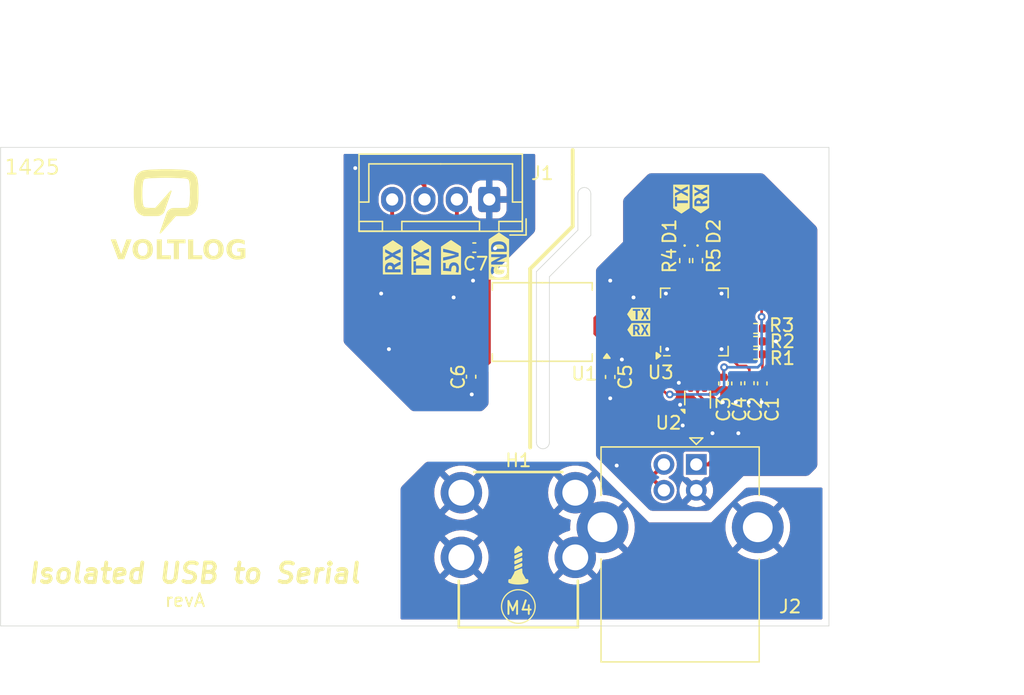
<source format=kicad_pcb>
(kicad_pcb (version 20240108) (generator "pcbnew") (generator_version "8.0")
  (layers (0 "F.Cu" signal) (31 "B.Cu" signal) (34 "B.Paste" user) (35 "F.Paste" user) (36 "B.SilkS" user "B.Silkscreen") (37 "F.SilkS" user "F.Silkscreen") (38 "B.Mask" user) (39 "F.Mask" user) (44 "Edge.Cuts" user))
  (net 0 "")
  (net 1 "GND1")
  (net 2 "VBUS")
  (net 3 "GND2")
  (net 4 "VDDIO")
  (net 5 "+5V")
  (net 6 "/USB_DP")
  (net 7 "Earth")
  (net 8 "/~{RST}")
  (net 9 "/GPIO0")
  (net 10 "/GPIO1")
  (net 11 "/RXD_i")
  (net 12 "/RXD")
  (net 13 "/TXD_i")
  (net 14 "/TXD")
  (net 15 "/USB-DP")
  (net 16 "Net-(D2-K)")
  (net 17 "Net-(D1-K)")
  (net 18 "Net-(U3-VBUS)")
  (net 36 "/USB_DN")
  (net 37 "/USB-DN")
  (footprint "kibuzzard-67EF87AE" (layer "F.Cu") (at 150.9 61.4 90)
    (property "Reference" "kibuzzard-67EF87AE" (hide yes))
    (property "Value" "G***" (hide yes))
  )
  (footprint "Resistor_SMD:R_0402_1005Metric" (layer "F.Cu") (at 165.25 61.75 90)
    (property "Reference" "R4" (at 0 -1.17 270) (layer "F.SilkS"))
    (property "Value" "1K")
    (pad "1" smd roundrect (at -0.51 0 90) (size 0.54 0.64) (layers "F.Cu" "F.Paste" "F.Mask") (net 9 "/GPIO0"))
    (pad "2" smd roundrect (at 0.51 0 90) (size 0.54 0.64) (layers "F.Cu" "F.Paste" "F.Mask") (net 17 "Net-(D1-K)"))
  )
  (footprint "Capacitor_SMD:C_0402_1005Metric" (layer "F.Cu") (at 169.25 71.25 -90)
    (property "Reference" "C4" (at 2 -0.25 90) (layer "F.SilkS"))
    (property "Value" "4.7uF")
    (pad "1" smd roundrect (at -0.48 0 270) (size 0.56 0.62) (layers "F.Cu" "F.Paste" "F.Mask") (net 4 "VDDIO"))
    (pad "2" smd roundrect (at 0.48 0 270) (size 0.56 0.62) (layers "F.Cu" "F.Paste" "F.Mask") (net 1 "GND1"))
  )
  (footprint "Resistor_SMD:R_0402_1005Metric" (layer "F.Cu") (at 170.75 69 180)
    (property "Reference" "R1" (at -2.05 -0.3 180) (layer "F.SilkS"))
    (property "Value" "22.1K")
    (pad "1" smd roundrect (at -0.51 0 180) (size 0.54 0.64) (layers "F.Cu" "F.Paste" "F.Mask") (net 2 "VBUS"))
    (pad "2" smd roundrect (at 0.51 0 180) (size 0.54 0.64) (layers "F.Cu" "F.Paste" "F.Mask") (net 18 "Net-(U3-VBUS)"))
  )
  (footprint "Package_DFN_QFN:QFN-28-1EP_5x5mm_P0.5mm_EP3.35x3.35mm" (layer "F.Cu") (at 166 66.5 90)
    (property "Reference" "U3" (at -3.9 -2.6 0) (layer "F.SilkS"))
    (property "Value" "CP2102N-A01-GQFN28")
    (pad "1" smd roundrect (at -2.45 -1.5 90) (size 0.8 0.25) (layers "F.Cu" "F.Paste" "F.Mask"))
    (pad "2" smd roundrect (at -2.45 -1 90) (size 0.8 0.25) (layers "F.Cu" "F.Paste" "F.Mask"))
    (pad "3" smd roundrect (at -2.45 -0.5 90) (size 0.8 0.25) (layers "F.Cu" "F.Paste" "F.Mask") (net 1 "GND1"))
    (pad "4" smd roundrect (at -2.45 0 90) (size 0.8 0.25) (layers "F.Cu" "F.Paste" "F.Mask") (net 15 "/USB-DP"))
    (pad "5" smd roundrect (at -2.45 0.5 90) (size 0.8 0.25) (layers "F.Cu" "F.Paste" "F.Mask") (net 37 "/USB-DN"))
    (pad "6" smd roundrect (at -2.45 1 90) (size 0.8 0.25) (layers "F.Cu" "F.Paste" "F.Mask") (net 4 "VDDIO"))
    (pad "7" smd roundrect (at -2.45 1.5 90) (size 0.8 0.25) (layers "F.Cu" "F.Paste" "F.Mask") (net 2 "VBUS"))
    (pad "8" smd roundrect (at -1.5 2.45 90) (size 0.25 0.8) (layers "F.Cu" "F.Paste" "F.Mask") (net 18 "Net-(U3-VBUS)"))
    (pad "9" smd roundrect (at -1 2.45 90) (size 0.25 0.8) (layers "F.Cu" "F.Paste" "F.Mask") (net 8 "/~{RST}"))
    (pad "10" smd roundrect (at -0.5 2.45 90) (size 0.25 0.8) (layers "F.Cu" "F.Paste" "F.Mask"))
    (pad "11" smd roundrect (at 0 2.45 90) (size 0.25 0.8) (layers "F.Cu" "F.Paste" "F.Mask"))
    (pad "12" smd roundrect (at 0.5 2.45 90) (size 0.25 0.8) (layers "F.Cu" "F.Paste" "F.Mask"))
    (pad "13" smd roundrect (at 1 2.45 90) (size 0.25 0.8) (layers "F.Cu" "F.Paste" "F.Mask"))
    (pad "14" smd roundrect (at 1.5 2.45 90) (size 0.25 0.8) (layers "F.Cu" "F.Paste" "F.Mask"))
    (pad "15" smd roundrect (at 2.45 1.5 90) (size 0.8 0.25) (layers "F.Cu" "F.Paste" "F.Mask"))
    (pad "16" smd roundrect (at 2.45 1 90) (size 0.8 0.25) (layers "F.Cu" "F.Paste" "F.Mask"))
    (pad "17" smd roundrect (at 2.45 0.5 90) (size 0.8 0.25) (layers "F.Cu" "F.Paste" "F.Mask"))
    (pad "18" smd roundrect (at 2.45 0 90) (size 0.8 0.25) (layers "F.Cu" "F.Paste" "F.Mask") (net 10 "/GPIO1"))
    (pad "19" smd roundrect (at 2.45 -0.5 90) (size 0.8 0.25) (layers "F.Cu" "F.Paste" "F.Mask") (net 9 "/GPIO0"))
    (pad "20" smd roundrect (at 2.45 -1 90) (size 0.8 0.25) (layers "F.Cu" "F.Paste" "F.Mask"))
    (pad "21" smd roundrect (at 2.45 -1.5 90) (size 0.8 0.25) (layers "F.Cu" "F.Paste" "F.Mask"))
    (pad "22" smd roundrect (at 1.5 -2.45 90) (size 0.25 0.8) (layers "F.Cu" "F.Paste" "F.Mask"))
    (pad "23" smd roundrect (at 1 -2.45 90) (size 0.25 0.8) (layers "F.Cu" "F.Paste" "F.Mask"))
    (pad "24" smd roundrect (at 0.5 -2.45 90) (size 0.25 0.8) (layers "F.Cu" "F.Paste" "F.Mask"))
    (pad "25" smd roundrect (at 0 -2.45 90) (size 0.25 0.8) (layers "F.Cu" "F.Paste" "F.Mask") (net 12 "/RXD"))
    (pad "26" smd roundrect (at -0.5 -2.45 90) (size 0.25 0.8) (layers "F.Cu" "F.Paste" "F.Mask") (net 14 "/TXD"))
    (pad "27" smd roundrect (at -1 -2.45 90) (size 0.25 0.8) (layers "F.Cu" "F.Paste" "F.Mask"))
    (pad "28" smd roundrect (at -1.5 -2.45 90) (size 0.25 0.8) (layers "F.Cu" "F.Paste" "F.Mask"))
    (pad "29" smd rect (at 0 0 90) (size 3.35 3.35) (property pad_prop_heatsink) (layers "F.Cu" "F.Mask") (net 1 "GND1"))
  )
  (footprint "Capacitor_SMD:C_0402_1005Metric" (layer "F.Cu") (at 148.75 70.73 -90)
    (property "Reference" "C6" (at 0.02 1 90) (layer "F.SilkS"))
    (property "Value" "0.1uF")
    (pad "1" smd roundrect (at -0.48 0 270) (size 0.56 0.62) (layers "F.Cu" "F.Paste" "F.Mask") (net 5 "+5V"))
    (pad "2" smd roundrect (at 0.48 0 270) (size 0.56 0.62) (layers "F.Cu" "F.Paste" "F.Mask") (net 3 "GND2"))
  )
  (footprint "kibuzzard-67EF8788" (layer "F.Cu") (at 142.7 61.5 90)
    (property "Reference" "kibuzzard-67EF8788" (hide yes))
    (property "Value" "G***" (hide yes))
  )
  (footprint "LED_SMD:LED_0402_1005Metric" (layer "F.Cu") (at 165.25 59.5 90)
    (property "Reference" "D1" (at 0 -1.17 270) (layer "F.SilkS"))
    (property "Value" "TX")
    (pad "1" smd roundrect (at -0.485 0 90) (size 0.59 0.64) (layers "F.Cu" "F.Paste" "F.Mask") (net 17 "Net-(D1-K)"))
    (pad "2" smd roundrect (at 0.485 0 90) (size 0.59 0.64) (layers "F.Cu" "F.Paste" "F.Mask") (net 4 "VDDIO"))
  )
  (footprint "Resistor_SMD:R_0402_1005Metric" (layer "F.Cu") (at 166.25 61.75 90)
    (property "Reference" "R5" (at 0 1.25 270) (layer "F.SilkS"))
    (property "Value" "1K")
    (pad "1" smd roundrect (at -0.51 0 90) (size 0.54 0.64) (layers "F.Cu" "F.Paste" "F.Mask") (net 10 "/GPIO1"))
    (pad "2" smd roundrect (at 0.51 0 90) (size 0.54 0.64) (layers "F.Cu" "F.Paste" "F.Mask") (net 16 "Net-(D2-K)"))
  )
  (footprint "Capacitor_SMD:C_0402_1005Metric" (layer "F.Cu") (at 170.25 71.23 -90)
    (property "Reference" "C2" (at 2.02 -0.45 90) (layer "F.SilkS"))
    (property "Value" "0.1uF")
    (pad "1" smd roundrect (at -0.48 0 270) (size 0.56 0.62) (layers "F.Cu" "F.Paste" "F.Mask") (net 2 "VBUS"))
    (pad "2" smd roundrect (at 0.48 0 270) (size 0.56 0.62) (layers "F.Cu" "F.Paste" "F.Mask") (net 1 "GND1"))
  )
  (footprint "kibuzzard-67EF8898" (layer "F.Cu") (at 161.7 65.9)
    (property "Reference" "kibuzzard-67EF8898" (hide yes))
    (property "Value" "G***" (hide yes))
  )
  (footprint "kibuzzard-67EF879C" (layer "F.Cu") (at 147.2 61.5 90)
    (property "Reference" "kibuzzard-67EF879C" (hide yes))
    (property "Value" "G***" (hide yes))
  )
  (footprint "Package_TO_SOT_SMD:SOT-666" (layer "F.Cu") (at 166.25 72.5 90)
    (property "Reference" "U2" (at -1.8 -2.25 0) (layer "F.SilkS"))
    (property "Value" "USBLC6-2P6")
    (pad "1" smd roundrect (at -0.85 -0.5375 90) (size 0.5 0.375) (layers "F.Cu" "F.Paste" "F.Mask") (net 6 "/USB_DP"))
    (pad "2" smd roundrect (at -0.925 0 90) (size 0.65 0.3) (layers "F.Cu" "F.Paste" "F.Mask") (net 1 "GND1"))
    (pad "3" smd roundrect (at -0.85 0.5375 90) (size 0.5 0.375) (layers "F.Cu" "F.Paste" "F.Mask") (net 36 "/USB_DN"))
    (pad "4" smd roundrect (at 0.85 0.5375 90) (size 0.5 0.375) (layers "F.Cu" "F.Paste" "F.Mask") (net 37 "/USB-DN"))
    (pad "5" smd roundrect (at 0.925 0 90) (size 0.65 0.3) (layers "F.Cu" "F.Paste" "F.Mask") (net 2 "VBUS"))
    (pad "6" smd roundrect (at 0.85 -0.5375 90) (size 0.5 0.375) (layers "F.Cu" "F.Paste" "F.Mask") (net 15 "/USB-DP"))
  )
  (footprint "kibuzzard-67EF7DAE" (layer "F.Cu") (at 166.5 57 90)
    (property "Reference" "kibuzzard-67EF7DAE" (hide yes))
    (property "Value" "G***" (hide yes))
  )
  (footprint "Package_SO:SOIC-8_7.5x5.85mm_P1.27mm" (layer "F.Cu") (at 154.25 66.5 180)
    (property "Reference" "U1" (at -3.25 -4 180) (layer "F.SilkS"))
    (property "Value" "CMT8121W0")
    (pad "1" smd roundrect (at -5.325 -1.905 180) (size 1.8 0.6) (layers "F.Cu" "F.Paste" "F.Mask") (net 4 "VDDIO"))
    (pad "2" smd roundrect (at -5.325 -0.635 180) (size 1.8 0.6) (layers "F.Cu" "F.Paste" "F.Mask") (net 12 "/RXD"))
    (pad "3" smd roundrect (at -5.325 0.635 180) (size 1.8 0.6) (layers "F.Cu" "F.Paste" "F.Mask") (net 14 "/TXD"))
    (pad "4" smd roundrect (at -5.325 1.905 180) (size 1.8 0.6) (layers "F.Cu" "F.Paste" "F.Mask") (net 1 "GND1"))
    (pad "5" smd roundrect (at 5.325 1.905 180) (size 1.8 0.6) (layers "F.Cu" "F.Paste" "F.Mask") (net 3 "GND2"))
    (pad "6" smd roundrect (at 5.325 0.635 180) (size 1.8 0.6) (layers "F.Cu" "F.Paste" "F.Mask") (net 11 "/RXD_i"))
    (pad "7" smd roundrect (at 5.325 -0.635 180) (size 1.8 0.6) (layers "F.Cu" "F.Paste" "F.Mask") (net 13 "/TXD_i"))
    (pad "8" smd roundrect (at 5.325 -1.905 180) (size 1.8 0.6) (layers "F.Cu" "F.Paste" "F.Mask") (net 5 "+5V"))
  )
  (footprint "Capacitor_SMD:C_0402_1005Metric" (layer "F.Cu") (at 168.25 71.25 -90)
    (property "Reference" "C3" (at 2 0 90) (layer "F.SilkS"))
    (property "Value" "0.1uF")
    (pad "1" smd roundrect (at -0.48 0 270) (size 0.56 0.62) (layers "F.Cu" "F.Paste" "F.Mask") (net 4 "VDDIO"))
    (pad "2" smd roundrect (at 0.48 0 270) (size 0.56 0.62) (layers "F.Cu" "F.Paste" "F.Mask") (net 1 "GND1"))
  )
  (footprint "Resistor_SMD:R_0402_1005Metric" (layer "F.Cu") (at 170.75 68)
    (property "Reference" "R2" (at 2.05 0 0) (layer "F.SilkS"))
    (property "Value" "47.5K")
    (pad "1" smd roundrect (at -0.51 0) (size 0.54 0.64) (layers "F.Cu" "F.Paste" "F.Mask") (net 18 "Net-(U3-VBUS)"))
    (pad "2" smd roundrect (at 0.51 0) (size 0.54 0.64) (layers "F.Cu" "F.Paste" "F.Mask") (net 1 "GND1"))
  )
  (footprint "kibuzzard-67EF88A2" (layer "F.Cu") (at 161.7 67.1)
    (property "Reference" "kibuzzard-67EF88A2" (hide yes))
    (property "Value" "G***" (hide yes))
  )
  (footprint "Connector_JST:JST_XH_B4B-XH-A_1x04_P2.50mm_Vertical" (layer "F.Cu") (at 150.15 57.025 180)
    (property "Reference" "J1" (at -4.1 2.025 180) (layer "F.SilkS"))
    (property "Value" "UPS")
    (pad "1" thru_hole roundrect (at 0 0 180) (size 1.7 1.95) (drill 0.95) (layers "*.Cu" "*.Mask") (roundrect_rratio 0.147059) (net 3 "GND2"))
    (pad "2" thru_hole oval (at 2.5 0 180) (size 1.7 1.95) (drill 0.95) (layers "*.Cu" "*.Mask") (net 5 "+5V"))
    (pad "3" thru_hole oval (at 5 0 180) (size 1.7 1.95) (drill 0.95) (layers "*.Cu" "*.Mask") (net 13 "/TXD_i"))
    (pad "4" thru_hole oval (at 7.5 0 180) (size 1.7 1.95) (drill 0.95) (layers "*.Cu" "*.Mask") (net 11 "/RXD_i"))
  )
  (footprint "Capacitor_SMD:C_0402_1005Metric" (layer "F.Cu") (at 149 60.75)
    (property "Reference" "C7" (at 0.1 1.25 0) (layer "F.SilkS"))
    (property "Value" "4.7uF")
    (pad "1" smd roundrect (at -0.48 0) (size 0.56 0.62) (layers "F.Cu" "F.Paste" "F.Mask") (net 5 "+5V"))
    (pad "2" smd roundrect (at 0.48 0) (size 0.56 0.62) (layers "F.Cu" "F.Paste" "F.Mask") (net 3 "GND2"))
  )
  (footprint "Connector_USB:USB_B_Lumberg_2411_02_Horizontal" (layer "F.Cu") (at 166.15 77.5125 -90)
    (property "Reference" "J2" (at 10.9875 -7.25 180) (layer "F.SilkS"))
    (property "Value" "USB Type-B")
    (pad "1" thru_hole rect (at 0 0) (size 1.6 1.6) (drill 0.95) (layers "*.Cu" "*.Mask") (net 2 "VBUS"))
    (pad "2" thru_hole circle (at 0 2.5) (size 1.6 1.6) (drill 0.95) (layers "*.Cu" "*.Mask") (net 36 "/USB_DN"))
    (pad "3" thru_hole circle (at 2 2.5) (size 1.6 1.6) (drill 0.95) (layers "*.Cu" "*.Mask") (net 6 "/USB_DP"))
    (pad "4" thru_hole circle (at 2 0) (size 1.6 1.6) (drill 0.95) (layers "*.Cu" "*.Mask") (net 1 "GND1"))
    (pad "5" thru_hole circle (at 4.86 -4.75) (size 4 4) (drill 2.3) (layers "*.Cu" "*.Mask") (net 7 "Earth"))
    (pad "5" thru_hole circle (at 4.86 7.25) (size 4 4) (drill 2.3) (layers "*.Cu" "*.Mask") (net 7 "Earth"))
  )
  (footprint "Voltlog:voltlog_silk_5mm" (layer "F.Cu") (at 125.2 56.5)
    (property "Reference" "V1" (hide yes))
    (property "Value" "VOLTLOG_LOGO" (hide yes))
  )
  (footprint "Capacitor_SMD:C_0402_1005Metric" (layer "F.Cu") (at 171.25 71.25 -90)
    (property "Reference" "C1" (at 2 -0.75 90) (layer "F.SilkS"))
    (property "Value" "4.7uF")
    (pad "1" smd roundrect (at -0.48 0 270) (size 0.56 0.62) (layers "F.Cu" "F.Paste" "F.Mask") (net 2 "VBUS"))
    (pad "2" smd roundrect (at 0.48 0 270) (size 0.56 0.62) (layers "F.Cu" "F.Paste" "F.Mask") (net 1 "GND1"))
  )
  (footprint "Capacitor_SMD:C_0402_1005Metric" (layer "F.Cu") (at 159.5 70.75 -90)
    (property "Reference" "C5" (at 0 -1.16 90) (layer "F.SilkS"))
    (property "Value" "0.1uF")
    (pad "1" smd roundrect (at -0.48 0 270) (size 0.56 0.62) (layers "F.Cu" "F.Paste" "F.Mask") (net 4 "VDDIO"))
    (pad "2" smd roundrect (at 0.48 0 270) (size 0.56 0.62) (layers "F.Cu" "F.Paste" "F.Mask") (net 1 "GND1"))
  )
  (footprint "Voltlog:screw-icon-S" (layer "F.Cu") (at 152.4 85.3 180)
    (property "Reference" "REF**" (hide yes))
    (property "Value" "screw-icon-S")
  )
  (footprint "Resistor_SMD:R_0402_1005Metric" (layer "F.Cu") (at 170.75 67)
    (property "Reference" "R3" (at 2 -0.25 0) (layer "F.SilkS"))
    (property "Value" "1K")
    (pad "1" smd roundrect (at -0.51 0) (size 0.54 0.64) (layers "F.Cu" "F.Paste" "F.Mask") (net 8 "/~{RST}"))
    (pad "2" smd roundrect (at 0.51 0) (size 0.54 0.64) (layers "F.Cu" "F.Paste" "F.Mask") (net 4 "VDDIO"))
  )
  (footprint "LED_SMD:LED_0402_1005Metric" (layer "F.Cu") (at 166.25 59.5 90)
    (property "Reference" "D2" (at 0 1.25 270) (layer "F.SilkS"))
    (property "Value" "RX")
    (pad "1" smd roundrect (at -0.485 0 90) (size 0.59 0.64) (layers "F.Cu" "F.Paste" "F.Mask") (net 16 "Net-(D2-K)"))
    (pad "2" smd roundrect (at 0.485 0 90) (size 0.59 0.64) (layers "F.Cu" "F.Paste" "F.Mask") (net 4 "VDDIO"))
  )
  (footprint "Voltlog:M4_TH_terminal" (layer "F.Cu") (at 152.4 84.1)
    (property "Reference" "H1" (at 0 -6.9 0) (layer "F.SilkS"))
    (property "Value" "Mount M4")
    (pad "1" thru_hole circle (at -4.4 -4.4) (size 3.2 3.2) (drill 2) (layers "*.Cu" "*.Mask") (net 7 "Earth"))
    (pad "1" thru_hole circle (at -4.4 0.6) (size 3.2 3.2) (drill 2) (layers "*.Cu" "*.Mask") (net 7 "Earth"))
    (pad "1" thru_hole circle (at 4.4 -4.4) (size 3.2 3.2) (drill 2) (layers "*.Cu" "*.Mask") (net 7 "Earth"))
    (pad "1" thru_hole circle (at 4.4 0.6) (size 3.2 3.2) (drill 2) (layers "*.Cu" "*.Mask") (net 7 "Earth"))
  )
  (footprint "kibuzzard-67EF7DB2" (layer "F.Cu") (at 165 57 90)
    (property "Reference" "kibuzzard-67EF7DB2" (hide yes))
    (property "Value" "G***" (hide yes))
  )
  (footprint "kibuzzard-67EF8792" (layer "F.Cu") (at 144.9 61.5 90)
    (property "Reference" "kibuzzard-67EF8792" (hide yes))
    (property "Value" "G***" (hide yes))
  )
  (gr_line (start 156.6 59.1) (end 153.315189 62.384811) (stroke (width 0.3)) (layer "F.SilkS"))
  (gr_line (start 153.315189 63.5) (end 153.315189 76.2) (stroke (width 0.3)) (layer "F.SilkS"))
  (gr_line (start 156.6 55.1) (end 156.6 59.1) (stroke (width 0.3)) (layer "F.SilkS"))
  (gr_line (start 153.315189 62.384811) (end 153.315189 63.5) (stroke (width 0.3)) (layer "F.SilkS"))
  (gr_line (start 156.6 53.2) (end 156.6 55.1) (stroke (width 0.3)) (layer "F.SilkS"))
  (gr_arc (start 154.8 75.8) (mid 154.3 76.3) (end 153.8 75.8) (stroke (width 0.05)) (layer "Edge.Cuts"))
  (gr_line (start 112.4 53) (end 176.4 53) (stroke (width 0.05)) (layer "Edge.Cuts"))
  (gr_line (start 153.8 75.8) (end 153.8 62.6) (stroke (width 0.05)) (layer "Edge.Cuts"))
  (gr_arc (start 157 56.6) (mid 157.5 56.1) (end 158 56.6) (stroke (width 0.05)) (layer "Edge.Cuts"))
  (gr_line (start 176.4 53) (end 176.4 90) (stroke (width 0.05)) (layer "Edge.Cuts"))
  (gr_line (start 112.4 90) (end 112.4 53) (stroke (width 0.05)) (layer "Edge.Cuts"))
  (gr_line (start 154.8 63) (end 158 59.8) (stroke (width 0.05)) (layer "Edge.Cuts"))
  (gr_line (start 157 59.4) (end 157 56.6) (stroke (width 0.05)) (layer "Edge.Cuts"))
  (gr_line (start 158 59.8) (end 158 56.6) (stroke (width 0.05)) (layer "Edge.Cuts"))
  (gr_line (start 176.4 90) (end 112.4 90) (stroke (width 0.05)) (layer "Edge.Cuts"))
  (gr_line (start 154.8 75.8) (end 154.8 63) (stroke (width 0.05)) (layer "Edge.Cuts"))
  (gr_line (start 153.8 62.6) (end 157 59.4) (stroke (width 0.05)) (layer "Edge.Cuts"))
  (gr_text "1425" (at 112.7 55.3 0) (layer "F.SilkS") (effects (font (size 1.2 1.2) (thickness 0.1875) (italic yes)) (justify left bottom)))
  (gr_text "M4" (at 151.3 89.2 0) (layer "F.SilkS") (effects (font (size 1 1)) (justify left bottom)))
  (gr_text "VOLTLOG" (at 120.9 61.9 0) (layer "F.SilkS") (effects (font (size 1.5 1.5) (thickness 0.3) (bold yes) (italic yes)) (justify left bottom)))
  (gr_text "revA" (at 125 88.6 0) (layer "F.SilkS") (effects (font (size 1 1)) (justify left bottom)))
  (gr_text "Isolated USB to Serial" (at 114.4 86.8 0) (layer "F.SilkS") (effects (font (size 1.5 1.5) (thickness 0.3) (bold yes) (italic yes)) (justify left bottom)))
  (segment (start 164.9 72.9) (end 165.2 72.6) (width 0.2) (layer "F.Cu") (net 1))
  (segment (start 165.2 72.6) (end 166.1 72.6) (width 0.2) (layer "F.Cu") (net 1))
  (segment (start 166.25 72.75) (end 166.25 73.425) (width 0.2) (layer "F.Cu") (net 1))
  (segment (start 166.1 72.6) (end 166.25 72.75) (width 0.2) (layer "F.Cu") (net 1))
  (via (at 163.9 68.6) (size 0.6) (drill 0.3) (layers "F.Cu" "B.Cu") (net 1))
  (via (at 168.1 68.6) (size 0.6) (drill 0.3) (layers "F.Cu" "B.Cu") (net 1))
  (via (at 163.8 64.3) (size 0.6) (drill 0.3) (layers "F.Cu" "B.Cu") (net 1))
  (via (at 170.2 72.7) (size 0.6) (drill 0.3) (layers "F.Cu" "B.Cu") (net 1))
  (via (at 172.3 68) (size 0.6) (drill 0.3) (layers "F.Cu" "B.Cu") (net 1))
  (via (at 160.4 69.4) (size 0.6) (drill 0.3) (layers "F.Cu" "B.Cu") (net 1))
  (via (at 159.5 63.3) (size 0.6) (drill 0.3) (layers "F.Cu" "B.Cu") (net 1))
  (via (at 171.2 72.7) (size 0.6) (drill 0.3) (layers "F.Cu" "B.Cu") (net 1))
  (via (at 164.9 72.9) (size 0.6) (drill 0.3) (layers "F.Cu" "B.Cu") (net 1))
  (via (at 169.2 72.7) (size 0.6) (drill 0.3) (layers "F.Cu" "B.Cu") (net 1))
  (via (at 161.3 64.6) (size 0.6) (drill 0.3) (layers "F.Cu" "B.Cu") (net 1))
  (via (at 168.1 64.3) (size 0.6) (drill 0.3) (layers "F.Cu" "B.Cu") (net 1))
  (via (at 165.1 74.5) (size 0.6) (drill 0.3) (layers "F.Cu" "B.Cu") (net 1))
  (via (at 159.5 72.4) (size 0.6) (drill 0.3) (layers "F.Cu" "B.Cu") (net 1))
  (via (at 160 77.6) (size 0.6) (drill 0.3) (layers "F.Cu" "B.Cu") (net 1))
  (via (at 164.8 71.2) (size 0.6) (drill 0.3) (layers "F.Cu" "B.Cu") (net 1))
  (via (at 168.2 72.7) (size 0.6) (drill 0.3) (layers "F.Cu" "B.Cu") (net 1))
  (via (at 167.4 75.1) (size 0.6) (drill 0.3) (layers "F.Cu" "B.Cu") (net 1))
  (via (at 169.4 75.1) (size 0.6) (drill 0.3) (layers "F.Cu" "B.Cu") (net 1))
  (segment (start 168.5 74) (end 168.6 73.9) (width 0.3) (layer "F.Cu") (net 2))
  (segment (start 172 73.9) (end 172.3 73.6) (width 0.3) (layer "F.Cu") (net 2))
  (segment (start 166.25 72.05) (end 166.7 72.5) (width 0.2) (layer "F.Cu") (net 2))
  (segment (start 167.5 69.2) (end 167.5 68.95) (width 0.2) (layer "F.Cu") (net 2))
  (segment (start 171.833423 70.77) (end 171.25 70.77) (width 0.3) (layer "F.Cu") (net 2))
  (segment (start 168.6 73.9) (end 172 73.9) (width 0.3) (layer "F.Cu") (net 2))
  (segment (start 168.3 76.3) (end 168.3 74.2) (width 0.3) (layer "F.Cu") (net 2))
  (segment (start 172.3 71.236577) (end 171.833423 70.77) (width 0.3) (layer "F.Cu") (net 2))
  (segment (start 169.4 69.9) (end 168.9 69.4) (width 0.2) (layer "F.Cu") (net 2))
  (segment (start 166.7 72.5) (end 167 72.5) (width 0.2) (layer "F.Cu") (net 2))
  (segment (start 170.25 70.15) (end 170 69.9) (width 0.2) (layer "F.Cu") (net 2))
  (segment (start 170.25 70.75) (end 170.25 70.15) (width 0.2) (layer "F.Cu") (net 2))
  (segment (start 167.0875 77.5125) (end 168.3 76.3) (width 0.3) (layer "F.Cu") (net 2))
  (segment (start 166.25 71.575) (end 166.25 72.05) (width 0.2) (layer "F.Cu") (net 2))
  (segment (start 171.26 70.76) (end 171.25 70.77) (width 0.2) (layer "F.Cu") (net 2))
  (segment (start 168.3 74.2) (end 168.5 74) (width 0.3) (layer "F.Cu") (net 2))
  (segment (start 171.26 69) (end 171.26 70.76) (width 0.2) (layer "F.Cu") (net 2))
  (segment (start 171.25 70.77) (end 170.27 70.77) (width 0.2) (layer "F.Cu") (net 2))
  (segment (start 166.15 77.5125) (end 167.0875 77.5125) (width 0.3) (layer "F.Cu") (net 2))
  (segment (start 170 69.9) (end 169.4 69.9) (width 0.2) (layer "F.Cu") (net 2))
  (segment (start 170.27 70.77) (end 170.25 70.75) (width 0.2) (layer "F.Cu") (net 2))
  (segment (start 167 72.5) (end 168.5 74) (width 0.2) (layer "F.Cu") (net 2))
  (segment (start 172.3 73.6) (end 172.3 71.236577) (width 0.3) (layer "F.Cu") (net 2))
  (segment (start 168.9 69.4) (end 167.7 69.4) (width 0.2) (layer "F.Cu") (net 2))
  (segment (start 167.7 69.4) (end 167.5 69.2) (width 0.2) (layer "F.Cu") (net 2))
  (segment (start 147.405 64.595) (end 147.4 64.6) (width 0.3) (layer "F.Cu") (net 3))
  (segment (start 150.15 59.35) (end 149.48 60.02) (width 0.3) (layer "F.Cu") (net 3))
  (segment (start 150.15 57.025) (end 150.15 59.35) (width 0.3) (layer "F.Cu") (net 3))
  (segment (start 148.75 71.21) (end 148.75 72.05) (width 0.3) (layer "F.Cu") (net 3))
  (segment (start 149.48 60.02) (end 149.48 60.75) (width 0.3) (layer "F.Cu") (net 3))
  (segment (start 148.75 72.05) (end 148.8 72.1) (width 0.3) (layer "F.Cu") (net 3))
  (segment (start 148.925 64.595) (end 147.405 64.595) (width 0.3) (layer "F.Cu") (net 3))
  (via (at 150.6 60.8) (size 0.6) (drill 0.3) (layers "F.Cu" "B.Cu") (net 3))
  (via (at 148.9 63.3) (size 0.6) (drill 0.3) (layers "F.Cu" "B.Cu") (net 3))
  (via (at 147.4 64.6) (size 0.6) (drill 0.3) (layers "F.Cu" "B.Cu") (net 3))
  (via (at 139.8 54.6) (size 0.6) (drill 0.3) (layers "F.Cu" "B.Cu") (net 3))
  (via (at 142.4 68.6) (size 0.6) (drill 0.3) (layers "F.Cu" "B.Cu") (net 3))
  (via (at 141.8 64.3) (size 0.6) (drill 0.3) (layers "F.Cu" "B.Cu") (net 3))
  (via (at 148.8 72.1) (size 0.6) (drill 0.3) (layers "F.Cu" "B.Cu") (net 3))
  (segment (start 169 59) (end 171.2 61.2) (width 0.2) (layer "F.Cu") (net 4))
  (segment (start 159.575 68.405) (end 159.575 70.195) (width 0.2) (layer "F.Cu") (net 4))
  (segment (start 167 68.95) (end 167 70.1) (width 0.2) (layer "F.Cu") (net 4))
  (segment (start 168.25 70.77) (end 168.25 70.05) (width 0.2) (layer "F.Cu") (net 4))
  (segment (start 162.07 70.27) (end 159.5 70.27) (width 0.2) (layer "F.Cu") (net 4))
  (segment (start 168.985 59.015) (end 169 59) (width 0.2) (layer "F.Cu") (net 4))
  (segment (start 164.1 72.1) (end 163.9 72.1) (width 0.2) (layer "F.Cu") (net 4))
  (segment (start 168.25 70.05) (end 168.3 70) (width 0.2) (layer "F.Cu") (net 4))
  (segment (start 171.2 66.94) (end 171.26 67) (width 0.2) (layer "F.Cu") (net 4))
  (segment (start 168.25 70.77) (end 169.25 70.77) (width 0.2) (layer "F.Cu") (net 4))
  (segment (start 166.25 59.015) (end 168.985 59.015) (width 0.2) (layer "F.Cu") (net 4))
  (segment (start 163.9 72.1) (end 162.07 70.27) (width 0.2) (layer "F.Cu") (net 4))
  (segment (start 171.2 61.2) (end 171.2 66.1) (width 0.2) (layer "F.Cu") (net 4))
  (segment (start 159.575 70.195) (end 159.5 70.27) (width 0.2) (layer "F.Cu") (net 4))
  (segment (start 171.2 66.1) (end 171.2 66.94) (width 0.2) (layer "F.Cu") (net 4))
  (segment (start 167.67 70.77) (end 168.25 70.77) (width 0.2) (layer "F.Cu") (net 4))
  (segment (start 165.25 59.015) (end 166.25 59.015) (width 0.2) (layer "F.Cu") (net 4))
  (segment (start 167 70.1) (end 167.67 70.77) (width 0.2) (layer "F.Cu") (net 4))
  (via (at 168.3 70) (size 0.6) (drill 0.3) (layers "F.Cu" "B.Cu") (net 4))
  (via (at 164.1 72.1) (size 0.6) (drill 0.3) (layers "F.Cu" "B.Cu") (net 4))
  (via (at 171.2 66.1) (size 0.6) (drill 0.3) (layers "F.Cu" "B.Cu") (net 4))
  (segment (start 171.2 69.7) (end 171.2 66.1) (width 0.2) (layer "B.Cu") (net 4))
  (segment (start 164.1 72.1) (end 167.7 72.1) (width 0.2) (layer "B.Cu") (net 4))
  (segment (start 167.7 72.1) (end 168.3 71.5) (width 0.2) (layer "B.Cu") (net 4))
  (segment (start 168.3 70) (end 170.9 70) (width 0.2) (layer "B.Cu") (net 4))
  (segment (start 168.3 71.5) (end 168.3 70) (width 0.2) (layer "B.Cu") (net 4))
  (segment (start 170.9 70) (end 171.2 69.7) (width 0.2) (layer "B.Cu") (net 4))
  (segment (start 150.175 62.575) (end 150.175 69.625) (width 0.2) (layer "F.Cu") (net 5))
  (segment (start 148.52 59.92) (end 148.52 60.75) (width 0.3) (layer "F.Cu") (net 5))
  (segment (start 150.175 69.625) (end 149.55 70.25) (width 0.2) (layer "F.Cu") (net 5))
  (segment (start 149.7 62.1) (end 150.175 62.575) (width 0.2) (layer "F.Cu") (net 5))
  (segment (start 149.55 70.25) (end 148.75 70.25) (width 0.2) (layer "F.Cu") (net 5))
  (segment (start 149 62.1) (end 149.7 62.1) (width 0.2) (layer "F.Cu") (net 5))
  (segment (start 148.75 68.58) (end 148.925 68.405) (width 0.2) (layer "F.Cu") (net 5))
  (segment (start 148.52 61.62) (end 149 62.1) (width 0.2) (layer "F.Cu") (net 5))
  (segment (start 148.75 70.25) (end 148.75 68.58) (width 0.2) (layer "F.Cu") (net 5))
  (segment (start 147.65 57.025) (end 147.65 59.05) (width 0.3) (layer "F.Cu") (net 5))
  (segment (start 147.65 59.05) (end 148.52 59.92) (width 0.3) (layer "F.Cu") (net 5))
  (segment (start 148.52 60.75) (end 148.52 61.62) (width 0.2) (layer "F.Cu") (net 5))
  (segment (start 165.7125 74.0225) (end 165.7125 73.35) (width 0.3) (layer "F.Cu") (net 6))
  (segment (start 162.86 78.7225) (end 161.525514 78.7225) (width 0.3) (layer "F.Cu") (net 6))
  (segment (start 165.99 74.3) (end 165.7125 74.0225) (width 0.3) (layer "F.Cu") (net 6))
  (segment (start 161.813014 75.29) (end 165.613014 75.29) (width 0.3) (layer "F.Cu") (net 6))
  (segment (start 161.525514 78.7225) (end 161.09 78.286986) (width 0.3) (layer "F.Cu") (net 6))
  (segment (start 163.65 79.5125) (end 162.86 78.7225) (width 0.3) (layer "F.Cu") (net 6))
  (segment (start 165.613014 75.29) (end 165.99 74.913014) (width 0.3) (layer "F.Cu") (net 6))
  (segment (start 161.09 78.286986) (end 161.09 76.013014) (width 0.3) (layer "F.Cu") (net 6))
  (segment (start 165.99 74.913014) (end 165.99 74.3) (width 0.3) (layer "F.Cu") (net 6))
  (segment (start 161.09 76.013014) (end 161.813014 75.29) (width 0.3) (layer "F.Cu") (net 6))
  (segment (start 168.45 67.5) (end 169.3 67.5) (width 0.2) (layer "F.Cu") (net 8))
  (segment (start 169.8 67) (end 170.24 67) (width 0.2) (layer "F.Cu") (net 8))
  (segment (start 169.3 67.5) (end 169.8 67) (width 0.2) (layer "F.Cu") (net 8))
  (segment (start 165.5 63) (end 165.25 62.75) (width 0.2) (layer "F.Cu") (net 9))
  (segment (start 165.25 62.75) (end 165.25 62.26) (width 0.2) (layer "F.Cu") (net 9))
  (segment (start 165.5 64.05) (end 165.5 63) (width 0.2) (layer "F.Cu") (net 9))
  (segment (start 166.25 62.85) (end 166.25 62.26) (width 0.2) (layer "F.Cu") (net 10))
  (segment (start 166 63.1) (end 166.25 62.85) (width 0.2) (layer "F.Cu") (net 10))
  (segment (start 166 64.05) (end 166 63.1) (width 0.2) (layer "F.Cu") (net 10))
  (segment (start 143.865 65.865) (end 148.925 65.865) (width 0.3) (layer "F.Cu") (net 11))
  (segment (start 142.65 64.65) (end 143.865 65.865) (width 0.3) (layer "F.Cu") (net 11))
  (segment (start 142.65 57.025) (end 142.65 64.65) (width 0.3) (layer "F.Cu") (net 11))
  (segment (start 161.465 67.135) (end 159.575 67.135) (width 0.2) (layer "F.Cu") (net 12))
  (segment (start 163.55 66.5) (end 162.1 66.5) (width 0.2) (layer "F.Cu") (net 12))
  (segment (start 162.1 66.5) (end 161.465 67.135) (width 0.2) (layer "F.Cu") (net 12))
  (segment (start 145.15 57.025) (end 145.15 55.95) (width 0.3) (layer "F.Cu") (net 13))
  (segment (start 140.8 65) (end 142.935 67.135) (width 0.3) (layer "F.Cu") (net 13))
  (segment (start 145.15 55.95) (end 144.4 55.2) (width 0.3) (layer "F.Cu") (net 13))
  (segment (start 144.4 55.2) (end 141.4 55.2) (width 0.3) (layer "F.Cu") (net 13))
  (segment (start 140.8 55.8) (end 140.8 65) (width 0.3) (layer "F.Cu") (net 13))
  (segment (start 141.4 55.2) (end 140.8 55.8) (width 0.3) (layer "F.Cu") (net 13))
  (segment (start 142.935 67.135) (end 148.925 67.135) (width 0.3) (layer "F.Cu") (net 13))
  (segment (start 158.3 66.2) (end 158.635 65.865) (width 0.2) (layer "F.Cu") (net 14))
  (segment (start 158.635 65.865) (end 159.575 65.865) (width 0.2) (layer "F.Cu") (net 14))
  (segment (start 163.55 67) (end 162.4 67) (width 0.2) (layer "F.Cu") (net 14))
  (segment (start 162.4 67) (end 161.65 67.75) (width 0.2) (layer "F.Cu") (net 14))
  (segment (start 158.3 67.400552) (end 158.3 66.2) (width 0.2) (layer "F.Cu") (net 14))
  (segment (start 161.65 67.75) (end 158.649448 67.75) (width 0.2) (layer "F.Cu") (net 14))
  (segment (start 158.649448 67.75) (end 158.3 67.400552) (width 0.2) (layer "F.Cu") (net 14))
  (segment (start 165.75 71.237499) (end 165.7125 71.274999) (width 0.3) (layer "F.Cu") (net 15))
  (segment (start 166 68.95) (end 166 69.550001) (width 0.3) (layer "F.Cu") (net 15))
  (segment (start 165.75 71.14688) (end 165.75 71.237499) (width 0.3) (layer "F.Cu") (net 15))
  (segment (start 165.7125 71.274999) (end 165.7125 71.65) (width 0.3) (layer "F.Cu") (net 15))
  (segment (start 166 69.550001) (end 166.04 69.590001) (width 0.3) (layer "F.Cu") (net 15))
  (segment (start 166.04 69.590001) (end 166.04 70.85688) (width 0.3) (layer "F.Cu") (net 15))
  (segment (start 166.04 70.85688) (end 165.75 71.14688) (width 0.3) (layer "F.Cu") (net 15))
  (segment (start 166.25 61.24) (end 166.25 59.985) (width 0.2) (layer "F.Cu") (net 16))
  (segment (start 165.25 61.24) (end 165.25 59.985) (width 0.2) (layer "F.Cu") (net 17))
  (segment (start 168.45 68) (end 170.24 68) (width 0.2) (layer "F.Cu") (net 18))
  (segment (start 170.24 69) (end 170.24 68) (width 0.2) (layer "F.Cu") (net 18))
  (segment (start 163.65 77.5125) (end 162.86 78.3025) (width 0.3) (layer "F.Cu") (net 36))
  (segment (start 161.699486 78.3025) (end 161.51 78.113014) (width 0.3) (layer "F.Cu") (net 36))
  (segment (start 166.41 75.086986) (end 166.41 74.31) (width 0.3) (layer "F.Cu") (net 36))
  (segment (start 162.86 78.3025) (end 161.699486 78.3025) (width 0.3) (layer "F.Cu") (net 36))
  (segment (start 166.7875 73.9325) (end 166.7875 73.35) (width 0.3) (layer "F.Cu") (net 36))
  (segment (start 161.51 76.186986) (end 161.986986 75.71) (width 0.3) (layer "F.Cu") (net 36))
  (segment (start 165.786986 75.71) (end 166.41 75.086986) (width 0.3) (layer "F.Cu") (net 36))
  (segment (start 161.51 78.113014) (end 161.51 76.186986) (width 0.3) (layer "F.Cu") (net 36))
  (segment (start 161.986986 75.71) (end 165.786986 75.71) (width 0.3) (layer "F.Cu") (net 36))
  (segment (start 166.41 74.31) (end 166.7875 73.9325) (width 0.3) (layer "F.Cu") (net 36))
  (segment (start 166.75 71.14688) (end 166.75 71.237499) (width 0.3) (layer "F.Cu") (net 37))
  (segment (start 166.46 69.590001) (end 166.46 70.85688) (width 0.3) (layer "F.Cu") (net 37))
  (segment (start 166.7875 71.274999) (end 166.7875 71.65) (width 0.3) (layer "F.Cu") (net 37))
  (segment (start 166.75 71.237499) (end 166.7875 71.274999) (width 0.3) (layer "F.Cu") (net 37))
  (segment (start 166.5 68.95) (end 166.5 69.550001) (width 0.3) (layer "F.Cu") (net 37))
  (segment (start 166.46 70.85688) (end 166.75 71.14688) (width 0.3) (layer "F.Cu") (net 37))
  (segment (start 166.5 69.550001) (end 166.46 69.590001) (width 0.3) (layer "F.Cu") (net 37))
  (zone (net 3) (net_name "GND2") (layers "F&B.Cu") (name "GND2") (priority 1) (connect_pads (clearance 0.2)) (min_thickness 0.2) (fill yes (thermal_gap 0.5) (thermal_bridge_width 0.5) (smoothing fillet) (radius 0.4))
    (polygon (pts (xy 153.7 53.1) (xy 153.7 59.5) (xy 150.1 63.1) (xy 150.1 72.9) (xy 149.6 73.4) (xy 144.2 73.4) (xy 138.9 68.1) (xy 138.9 53) (xy 153.6 53)))
  )
  (zone (net 7) (net_name "Earth") (layers "F&B.Cu") (name "EARTH") (priority 1) (connect_pads (clearance 0.2)) (min_thickness 0.2) (fill yes (thermal_gap 0.5) (thermal_bridge_width 0.5) (smoothing fillet) (radius 0.4))
    (polygon (pts (xy 176.4 90) (xy 176.4 79.6) (xy 176.1 79.3) (xy 170 79.3) (xy 167.3 82) (xy 162.5 82) (xy 157.8 77.3) (xy 145.3 77.3) (xy 143.3 79.3) (xy 143.3 89.9) (xy 143.4 90)))
  )
  (zone (net 1) (net_name "GND1") (layers "F&B.Cu") (name "GND1") (connect_pads (clearance 0.2)) (min_thickness 0.2) (fill yes (thermal_gap 0.5) (thermal_bridge_width 0.5) (smoothing fillet) (radius 0.4))
    (polygon (pts (xy 162.6 81.1) (xy 167.1 81.1) (xy 169.8 78.4) (xy 174.8 78.4) (xy 175.5 77.7) (xy 175.5 59.2) (xy 171.3 55) (xy 162.5 55) (xy 160.5 57) (xy 160.5 60.3) (xy 158.4 62.4) (xy 158.4 76.9)))
  )
)
</source>
